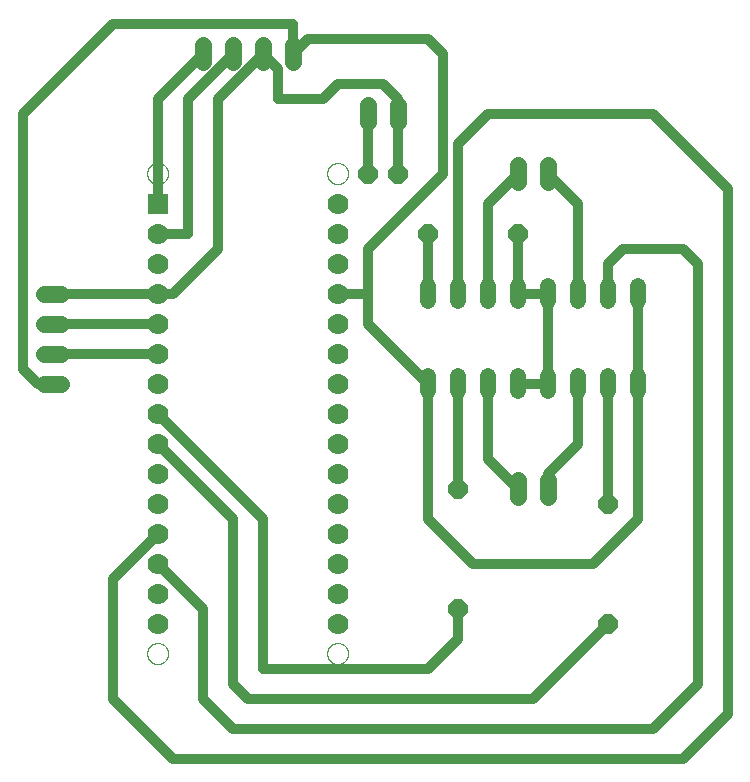
<source format=gbl>
G75*
%MOIN*%
%OFA0B0*%
%FSLAX25Y25*%
%IPPOS*%
%LPD*%
%AMOC8*
5,1,8,0,0,1.08239X$1,22.5*
%
%ADD10R,0.07000X0.07000*%
%ADD11C,0.07000*%
%ADD12C,0.00000*%
%ADD13C,0.05200*%
%ADD14C,0.05600*%
%ADD15C,0.03200*%
%ADD16OC8,0.06496*%
D10*
X0049167Y0187600D03*
D11*
X0049167Y0177600D03*
X0049167Y0167600D03*
X0049167Y0157600D03*
X0049167Y0147600D03*
X0049167Y0137600D03*
X0049167Y0127600D03*
X0049167Y0117600D03*
X0049167Y0107600D03*
X0049167Y0097600D03*
X0049167Y0087600D03*
X0049167Y0077600D03*
X0049167Y0067600D03*
X0049167Y0057600D03*
X0049167Y0047600D03*
X0109167Y0047600D03*
X0109167Y0057600D03*
X0109167Y0067600D03*
X0109167Y0077600D03*
X0109167Y0087600D03*
X0109167Y0097600D03*
X0109167Y0107600D03*
X0109167Y0117600D03*
X0109167Y0127600D03*
X0109167Y0137600D03*
X0109167Y0147600D03*
X0109167Y0157600D03*
X0109167Y0167600D03*
X0109167Y0177600D03*
X0109167Y0187600D03*
D12*
X0105667Y0197600D02*
X0105669Y0197718D01*
X0105675Y0197836D01*
X0105685Y0197954D01*
X0105699Y0198071D01*
X0105717Y0198188D01*
X0105739Y0198305D01*
X0105764Y0198420D01*
X0105794Y0198534D01*
X0105828Y0198648D01*
X0105865Y0198760D01*
X0105906Y0198871D01*
X0105951Y0198980D01*
X0105999Y0199088D01*
X0106051Y0199194D01*
X0106107Y0199299D01*
X0106166Y0199401D01*
X0106228Y0199501D01*
X0106294Y0199599D01*
X0106363Y0199695D01*
X0106436Y0199789D01*
X0106511Y0199880D01*
X0106590Y0199968D01*
X0106671Y0200054D01*
X0106756Y0200137D01*
X0106843Y0200217D01*
X0106932Y0200294D01*
X0107025Y0200368D01*
X0107119Y0200438D01*
X0107216Y0200506D01*
X0107316Y0200570D01*
X0107417Y0200631D01*
X0107520Y0200688D01*
X0107626Y0200742D01*
X0107733Y0200793D01*
X0107841Y0200839D01*
X0107951Y0200882D01*
X0108063Y0200921D01*
X0108176Y0200957D01*
X0108290Y0200988D01*
X0108405Y0201016D01*
X0108520Y0201040D01*
X0108637Y0201060D01*
X0108754Y0201076D01*
X0108872Y0201088D01*
X0108990Y0201096D01*
X0109108Y0201100D01*
X0109226Y0201100D01*
X0109344Y0201096D01*
X0109462Y0201088D01*
X0109580Y0201076D01*
X0109697Y0201060D01*
X0109814Y0201040D01*
X0109929Y0201016D01*
X0110044Y0200988D01*
X0110158Y0200957D01*
X0110271Y0200921D01*
X0110383Y0200882D01*
X0110493Y0200839D01*
X0110601Y0200793D01*
X0110708Y0200742D01*
X0110814Y0200688D01*
X0110917Y0200631D01*
X0111018Y0200570D01*
X0111118Y0200506D01*
X0111215Y0200438D01*
X0111309Y0200368D01*
X0111402Y0200294D01*
X0111491Y0200217D01*
X0111578Y0200137D01*
X0111663Y0200054D01*
X0111744Y0199968D01*
X0111823Y0199880D01*
X0111898Y0199789D01*
X0111971Y0199695D01*
X0112040Y0199599D01*
X0112106Y0199501D01*
X0112168Y0199401D01*
X0112227Y0199299D01*
X0112283Y0199194D01*
X0112335Y0199088D01*
X0112383Y0198980D01*
X0112428Y0198871D01*
X0112469Y0198760D01*
X0112506Y0198648D01*
X0112540Y0198534D01*
X0112570Y0198420D01*
X0112595Y0198305D01*
X0112617Y0198188D01*
X0112635Y0198071D01*
X0112649Y0197954D01*
X0112659Y0197836D01*
X0112665Y0197718D01*
X0112667Y0197600D01*
X0112665Y0197482D01*
X0112659Y0197364D01*
X0112649Y0197246D01*
X0112635Y0197129D01*
X0112617Y0197012D01*
X0112595Y0196895D01*
X0112570Y0196780D01*
X0112540Y0196666D01*
X0112506Y0196552D01*
X0112469Y0196440D01*
X0112428Y0196329D01*
X0112383Y0196220D01*
X0112335Y0196112D01*
X0112283Y0196006D01*
X0112227Y0195901D01*
X0112168Y0195799D01*
X0112106Y0195699D01*
X0112040Y0195601D01*
X0111971Y0195505D01*
X0111898Y0195411D01*
X0111823Y0195320D01*
X0111744Y0195232D01*
X0111663Y0195146D01*
X0111578Y0195063D01*
X0111491Y0194983D01*
X0111402Y0194906D01*
X0111309Y0194832D01*
X0111215Y0194762D01*
X0111118Y0194694D01*
X0111018Y0194630D01*
X0110917Y0194569D01*
X0110814Y0194512D01*
X0110708Y0194458D01*
X0110601Y0194407D01*
X0110493Y0194361D01*
X0110383Y0194318D01*
X0110271Y0194279D01*
X0110158Y0194243D01*
X0110044Y0194212D01*
X0109929Y0194184D01*
X0109814Y0194160D01*
X0109697Y0194140D01*
X0109580Y0194124D01*
X0109462Y0194112D01*
X0109344Y0194104D01*
X0109226Y0194100D01*
X0109108Y0194100D01*
X0108990Y0194104D01*
X0108872Y0194112D01*
X0108754Y0194124D01*
X0108637Y0194140D01*
X0108520Y0194160D01*
X0108405Y0194184D01*
X0108290Y0194212D01*
X0108176Y0194243D01*
X0108063Y0194279D01*
X0107951Y0194318D01*
X0107841Y0194361D01*
X0107733Y0194407D01*
X0107626Y0194458D01*
X0107520Y0194512D01*
X0107417Y0194569D01*
X0107316Y0194630D01*
X0107216Y0194694D01*
X0107119Y0194762D01*
X0107025Y0194832D01*
X0106932Y0194906D01*
X0106843Y0194983D01*
X0106756Y0195063D01*
X0106671Y0195146D01*
X0106590Y0195232D01*
X0106511Y0195320D01*
X0106436Y0195411D01*
X0106363Y0195505D01*
X0106294Y0195601D01*
X0106228Y0195699D01*
X0106166Y0195799D01*
X0106107Y0195901D01*
X0106051Y0196006D01*
X0105999Y0196112D01*
X0105951Y0196220D01*
X0105906Y0196329D01*
X0105865Y0196440D01*
X0105828Y0196552D01*
X0105794Y0196666D01*
X0105764Y0196780D01*
X0105739Y0196895D01*
X0105717Y0197012D01*
X0105699Y0197129D01*
X0105685Y0197246D01*
X0105675Y0197364D01*
X0105669Y0197482D01*
X0105667Y0197600D01*
X0045667Y0197600D02*
X0045669Y0197718D01*
X0045675Y0197836D01*
X0045685Y0197954D01*
X0045699Y0198071D01*
X0045717Y0198188D01*
X0045739Y0198305D01*
X0045764Y0198420D01*
X0045794Y0198534D01*
X0045828Y0198648D01*
X0045865Y0198760D01*
X0045906Y0198871D01*
X0045951Y0198980D01*
X0045999Y0199088D01*
X0046051Y0199194D01*
X0046107Y0199299D01*
X0046166Y0199401D01*
X0046228Y0199501D01*
X0046294Y0199599D01*
X0046363Y0199695D01*
X0046436Y0199789D01*
X0046511Y0199880D01*
X0046590Y0199968D01*
X0046671Y0200054D01*
X0046756Y0200137D01*
X0046843Y0200217D01*
X0046932Y0200294D01*
X0047025Y0200368D01*
X0047119Y0200438D01*
X0047216Y0200506D01*
X0047316Y0200570D01*
X0047417Y0200631D01*
X0047520Y0200688D01*
X0047626Y0200742D01*
X0047733Y0200793D01*
X0047841Y0200839D01*
X0047951Y0200882D01*
X0048063Y0200921D01*
X0048176Y0200957D01*
X0048290Y0200988D01*
X0048405Y0201016D01*
X0048520Y0201040D01*
X0048637Y0201060D01*
X0048754Y0201076D01*
X0048872Y0201088D01*
X0048990Y0201096D01*
X0049108Y0201100D01*
X0049226Y0201100D01*
X0049344Y0201096D01*
X0049462Y0201088D01*
X0049580Y0201076D01*
X0049697Y0201060D01*
X0049814Y0201040D01*
X0049929Y0201016D01*
X0050044Y0200988D01*
X0050158Y0200957D01*
X0050271Y0200921D01*
X0050383Y0200882D01*
X0050493Y0200839D01*
X0050601Y0200793D01*
X0050708Y0200742D01*
X0050814Y0200688D01*
X0050917Y0200631D01*
X0051018Y0200570D01*
X0051118Y0200506D01*
X0051215Y0200438D01*
X0051309Y0200368D01*
X0051402Y0200294D01*
X0051491Y0200217D01*
X0051578Y0200137D01*
X0051663Y0200054D01*
X0051744Y0199968D01*
X0051823Y0199880D01*
X0051898Y0199789D01*
X0051971Y0199695D01*
X0052040Y0199599D01*
X0052106Y0199501D01*
X0052168Y0199401D01*
X0052227Y0199299D01*
X0052283Y0199194D01*
X0052335Y0199088D01*
X0052383Y0198980D01*
X0052428Y0198871D01*
X0052469Y0198760D01*
X0052506Y0198648D01*
X0052540Y0198534D01*
X0052570Y0198420D01*
X0052595Y0198305D01*
X0052617Y0198188D01*
X0052635Y0198071D01*
X0052649Y0197954D01*
X0052659Y0197836D01*
X0052665Y0197718D01*
X0052667Y0197600D01*
X0052665Y0197482D01*
X0052659Y0197364D01*
X0052649Y0197246D01*
X0052635Y0197129D01*
X0052617Y0197012D01*
X0052595Y0196895D01*
X0052570Y0196780D01*
X0052540Y0196666D01*
X0052506Y0196552D01*
X0052469Y0196440D01*
X0052428Y0196329D01*
X0052383Y0196220D01*
X0052335Y0196112D01*
X0052283Y0196006D01*
X0052227Y0195901D01*
X0052168Y0195799D01*
X0052106Y0195699D01*
X0052040Y0195601D01*
X0051971Y0195505D01*
X0051898Y0195411D01*
X0051823Y0195320D01*
X0051744Y0195232D01*
X0051663Y0195146D01*
X0051578Y0195063D01*
X0051491Y0194983D01*
X0051402Y0194906D01*
X0051309Y0194832D01*
X0051215Y0194762D01*
X0051118Y0194694D01*
X0051018Y0194630D01*
X0050917Y0194569D01*
X0050814Y0194512D01*
X0050708Y0194458D01*
X0050601Y0194407D01*
X0050493Y0194361D01*
X0050383Y0194318D01*
X0050271Y0194279D01*
X0050158Y0194243D01*
X0050044Y0194212D01*
X0049929Y0194184D01*
X0049814Y0194160D01*
X0049697Y0194140D01*
X0049580Y0194124D01*
X0049462Y0194112D01*
X0049344Y0194104D01*
X0049226Y0194100D01*
X0049108Y0194100D01*
X0048990Y0194104D01*
X0048872Y0194112D01*
X0048754Y0194124D01*
X0048637Y0194140D01*
X0048520Y0194160D01*
X0048405Y0194184D01*
X0048290Y0194212D01*
X0048176Y0194243D01*
X0048063Y0194279D01*
X0047951Y0194318D01*
X0047841Y0194361D01*
X0047733Y0194407D01*
X0047626Y0194458D01*
X0047520Y0194512D01*
X0047417Y0194569D01*
X0047316Y0194630D01*
X0047216Y0194694D01*
X0047119Y0194762D01*
X0047025Y0194832D01*
X0046932Y0194906D01*
X0046843Y0194983D01*
X0046756Y0195063D01*
X0046671Y0195146D01*
X0046590Y0195232D01*
X0046511Y0195320D01*
X0046436Y0195411D01*
X0046363Y0195505D01*
X0046294Y0195601D01*
X0046228Y0195699D01*
X0046166Y0195799D01*
X0046107Y0195901D01*
X0046051Y0196006D01*
X0045999Y0196112D01*
X0045951Y0196220D01*
X0045906Y0196329D01*
X0045865Y0196440D01*
X0045828Y0196552D01*
X0045794Y0196666D01*
X0045764Y0196780D01*
X0045739Y0196895D01*
X0045717Y0197012D01*
X0045699Y0197129D01*
X0045685Y0197246D01*
X0045675Y0197364D01*
X0045669Y0197482D01*
X0045667Y0197600D01*
X0045667Y0037600D02*
X0045669Y0037718D01*
X0045675Y0037836D01*
X0045685Y0037954D01*
X0045699Y0038071D01*
X0045717Y0038188D01*
X0045739Y0038305D01*
X0045764Y0038420D01*
X0045794Y0038534D01*
X0045828Y0038648D01*
X0045865Y0038760D01*
X0045906Y0038871D01*
X0045951Y0038980D01*
X0045999Y0039088D01*
X0046051Y0039194D01*
X0046107Y0039299D01*
X0046166Y0039401D01*
X0046228Y0039501D01*
X0046294Y0039599D01*
X0046363Y0039695D01*
X0046436Y0039789D01*
X0046511Y0039880D01*
X0046590Y0039968D01*
X0046671Y0040054D01*
X0046756Y0040137D01*
X0046843Y0040217D01*
X0046932Y0040294D01*
X0047025Y0040368D01*
X0047119Y0040438D01*
X0047216Y0040506D01*
X0047316Y0040570D01*
X0047417Y0040631D01*
X0047520Y0040688D01*
X0047626Y0040742D01*
X0047733Y0040793D01*
X0047841Y0040839D01*
X0047951Y0040882D01*
X0048063Y0040921D01*
X0048176Y0040957D01*
X0048290Y0040988D01*
X0048405Y0041016D01*
X0048520Y0041040D01*
X0048637Y0041060D01*
X0048754Y0041076D01*
X0048872Y0041088D01*
X0048990Y0041096D01*
X0049108Y0041100D01*
X0049226Y0041100D01*
X0049344Y0041096D01*
X0049462Y0041088D01*
X0049580Y0041076D01*
X0049697Y0041060D01*
X0049814Y0041040D01*
X0049929Y0041016D01*
X0050044Y0040988D01*
X0050158Y0040957D01*
X0050271Y0040921D01*
X0050383Y0040882D01*
X0050493Y0040839D01*
X0050601Y0040793D01*
X0050708Y0040742D01*
X0050814Y0040688D01*
X0050917Y0040631D01*
X0051018Y0040570D01*
X0051118Y0040506D01*
X0051215Y0040438D01*
X0051309Y0040368D01*
X0051402Y0040294D01*
X0051491Y0040217D01*
X0051578Y0040137D01*
X0051663Y0040054D01*
X0051744Y0039968D01*
X0051823Y0039880D01*
X0051898Y0039789D01*
X0051971Y0039695D01*
X0052040Y0039599D01*
X0052106Y0039501D01*
X0052168Y0039401D01*
X0052227Y0039299D01*
X0052283Y0039194D01*
X0052335Y0039088D01*
X0052383Y0038980D01*
X0052428Y0038871D01*
X0052469Y0038760D01*
X0052506Y0038648D01*
X0052540Y0038534D01*
X0052570Y0038420D01*
X0052595Y0038305D01*
X0052617Y0038188D01*
X0052635Y0038071D01*
X0052649Y0037954D01*
X0052659Y0037836D01*
X0052665Y0037718D01*
X0052667Y0037600D01*
X0052665Y0037482D01*
X0052659Y0037364D01*
X0052649Y0037246D01*
X0052635Y0037129D01*
X0052617Y0037012D01*
X0052595Y0036895D01*
X0052570Y0036780D01*
X0052540Y0036666D01*
X0052506Y0036552D01*
X0052469Y0036440D01*
X0052428Y0036329D01*
X0052383Y0036220D01*
X0052335Y0036112D01*
X0052283Y0036006D01*
X0052227Y0035901D01*
X0052168Y0035799D01*
X0052106Y0035699D01*
X0052040Y0035601D01*
X0051971Y0035505D01*
X0051898Y0035411D01*
X0051823Y0035320D01*
X0051744Y0035232D01*
X0051663Y0035146D01*
X0051578Y0035063D01*
X0051491Y0034983D01*
X0051402Y0034906D01*
X0051309Y0034832D01*
X0051215Y0034762D01*
X0051118Y0034694D01*
X0051018Y0034630D01*
X0050917Y0034569D01*
X0050814Y0034512D01*
X0050708Y0034458D01*
X0050601Y0034407D01*
X0050493Y0034361D01*
X0050383Y0034318D01*
X0050271Y0034279D01*
X0050158Y0034243D01*
X0050044Y0034212D01*
X0049929Y0034184D01*
X0049814Y0034160D01*
X0049697Y0034140D01*
X0049580Y0034124D01*
X0049462Y0034112D01*
X0049344Y0034104D01*
X0049226Y0034100D01*
X0049108Y0034100D01*
X0048990Y0034104D01*
X0048872Y0034112D01*
X0048754Y0034124D01*
X0048637Y0034140D01*
X0048520Y0034160D01*
X0048405Y0034184D01*
X0048290Y0034212D01*
X0048176Y0034243D01*
X0048063Y0034279D01*
X0047951Y0034318D01*
X0047841Y0034361D01*
X0047733Y0034407D01*
X0047626Y0034458D01*
X0047520Y0034512D01*
X0047417Y0034569D01*
X0047316Y0034630D01*
X0047216Y0034694D01*
X0047119Y0034762D01*
X0047025Y0034832D01*
X0046932Y0034906D01*
X0046843Y0034983D01*
X0046756Y0035063D01*
X0046671Y0035146D01*
X0046590Y0035232D01*
X0046511Y0035320D01*
X0046436Y0035411D01*
X0046363Y0035505D01*
X0046294Y0035601D01*
X0046228Y0035699D01*
X0046166Y0035799D01*
X0046107Y0035901D01*
X0046051Y0036006D01*
X0045999Y0036112D01*
X0045951Y0036220D01*
X0045906Y0036329D01*
X0045865Y0036440D01*
X0045828Y0036552D01*
X0045794Y0036666D01*
X0045764Y0036780D01*
X0045739Y0036895D01*
X0045717Y0037012D01*
X0045699Y0037129D01*
X0045685Y0037246D01*
X0045675Y0037364D01*
X0045669Y0037482D01*
X0045667Y0037600D01*
X0105667Y0037600D02*
X0105669Y0037718D01*
X0105675Y0037836D01*
X0105685Y0037954D01*
X0105699Y0038071D01*
X0105717Y0038188D01*
X0105739Y0038305D01*
X0105764Y0038420D01*
X0105794Y0038534D01*
X0105828Y0038648D01*
X0105865Y0038760D01*
X0105906Y0038871D01*
X0105951Y0038980D01*
X0105999Y0039088D01*
X0106051Y0039194D01*
X0106107Y0039299D01*
X0106166Y0039401D01*
X0106228Y0039501D01*
X0106294Y0039599D01*
X0106363Y0039695D01*
X0106436Y0039789D01*
X0106511Y0039880D01*
X0106590Y0039968D01*
X0106671Y0040054D01*
X0106756Y0040137D01*
X0106843Y0040217D01*
X0106932Y0040294D01*
X0107025Y0040368D01*
X0107119Y0040438D01*
X0107216Y0040506D01*
X0107316Y0040570D01*
X0107417Y0040631D01*
X0107520Y0040688D01*
X0107626Y0040742D01*
X0107733Y0040793D01*
X0107841Y0040839D01*
X0107951Y0040882D01*
X0108063Y0040921D01*
X0108176Y0040957D01*
X0108290Y0040988D01*
X0108405Y0041016D01*
X0108520Y0041040D01*
X0108637Y0041060D01*
X0108754Y0041076D01*
X0108872Y0041088D01*
X0108990Y0041096D01*
X0109108Y0041100D01*
X0109226Y0041100D01*
X0109344Y0041096D01*
X0109462Y0041088D01*
X0109580Y0041076D01*
X0109697Y0041060D01*
X0109814Y0041040D01*
X0109929Y0041016D01*
X0110044Y0040988D01*
X0110158Y0040957D01*
X0110271Y0040921D01*
X0110383Y0040882D01*
X0110493Y0040839D01*
X0110601Y0040793D01*
X0110708Y0040742D01*
X0110814Y0040688D01*
X0110917Y0040631D01*
X0111018Y0040570D01*
X0111118Y0040506D01*
X0111215Y0040438D01*
X0111309Y0040368D01*
X0111402Y0040294D01*
X0111491Y0040217D01*
X0111578Y0040137D01*
X0111663Y0040054D01*
X0111744Y0039968D01*
X0111823Y0039880D01*
X0111898Y0039789D01*
X0111971Y0039695D01*
X0112040Y0039599D01*
X0112106Y0039501D01*
X0112168Y0039401D01*
X0112227Y0039299D01*
X0112283Y0039194D01*
X0112335Y0039088D01*
X0112383Y0038980D01*
X0112428Y0038871D01*
X0112469Y0038760D01*
X0112506Y0038648D01*
X0112540Y0038534D01*
X0112570Y0038420D01*
X0112595Y0038305D01*
X0112617Y0038188D01*
X0112635Y0038071D01*
X0112649Y0037954D01*
X0112659Y0037836D01*
X0112665Y0037718D01*
X0112667Y0037600D01*
X0112665Y0037482D01*
X0112659Y0037364D01*
X0112649Y0037246D01*
X0112635Y0037129D01*
X0112617Y0037012D01*
X0112595Y0036895D01*
X0112570Y0036780D01*
X0112540Y0036666D01*
X0112506Y0036552D01*
X0112469Y0036440D01*
X0112428Y0036329D01*
X0112383Y0036220D01*
X0112335Y0036112D01*
X0112283Y0036006D01*
X0112227Y0035901D01*
X0112168Y0035799D01*
X0112106Y0035699D01*
X0112040Y0035601D01*
X0111971Y0035505D01*
X0111898Y0035411D01*
X0111823Y0035320D01*
X0111744Y0035232D01*
X0111663Y0035146D01*
X0111578Y0035063D01*
X0111491Y0034983D01*
X0111402Y0034906D01*
X0111309Y0034832D01*
X0111215Y0034762D01*
X0111118Y0034694D01*
X0111018Y0034630D01*
X0110917Y0034569D01*
X0110814Y0034512D01*
X0110708Y0034458D01*
X0110601Y0034407D01*
X0110493Y0034361D01*
X0110383Y0034318D01*
X0110271Y0034279D01*
X0110158Y0034243D01*
X0110044Y0034212D01*
X0109929Y0034184D01*
X0109814Y0034160D01*
X0109697Y0034140D01*
X0109580Y0034124D01*
X0109462Y0034112D01*
X0109344Y0034104D01*
X0109226Y0034100D01*
X0109108Y0034100D01*
X0108990Y0034104D01*
X0108872Y0034112D01*
X0108754Y0034124D01*
X0108637Y0034140D01*
X0108520Y0034160D01*
X0108405Y0034184D01*
X0108290Y0034212D01*
X0108176Y0034243D01*
X0108063Y0034279D01*
X0107951Y0034318D01*
X0107841Y0034361D01*
X0107733Y0034407D01*
X0107626Y0034458D01*
X0107520Y0034512D01*
X0107417Y0034569D01*
X0107316Y0034630D01*
X0107216Y0034694D01*
X0107119Y0034762D01*
X0107025Y0034832D01*
X0106932Y0034906D01*
X0106843Y0034983D01*
X0106756Y0035063D01*
X0106671Y0035146D01*
X0106590Y0035232D01*
X0106511Y0035320D01*
X0106436Y0035411D01*
X0106363Y0035505D01*
X0106294Y0035601D01*
X0106228Y0035699D01*
X0106166Y0035799D01*
X0106107Y0035901D01*
X0106051Y0036006D01*
X0105999Y0036112D01*
X0105951Y0036220D01*
X0105906Y0036329D01*
X0105865Y0036440D01*
X0105828Y0036552D01*
X0105794Y0036666D01*
X0105764Y0036780D01*
X0105739Y0036895D01*
X0105717Y0037012D01*
X0105699Y0037129D01*
X0105685Y0037246D01*
X0105675Y0037364D01*
X0105669Y0037482D01*
X0105667Y0037600D01*
D13*
X0139167Y0125000D02*
X0139167Y0130200D01*
X0149167Y0130200D02*
X0149167Y0125000D01*
X0159167Y0125000D02*
X0159167Y0130200D01*
X0169167Y0130200D02*
X0169167Y0125000D01*
X0179167Y0125000D02*
X0179167Y0130200D01*
X0189167Y0130200D02*
X0189167Y0125000D01*
X0199167Y0125000D02*
X0199167Y0130200D01*
X0209167Y0130200D02*
X0209167Y0125000D01*
X0209167Y0155000D02*
X0209167Y0160200D01*
X0199167Y0160200D02*
X0199167Y0155000D01*
X0189167Y0155000D02*
X0189167Y0160200D01*
X0179167Y0160200D02*
X0179167Y0155000D01*
X0169167Y0155000D02*
X0169167Y0160200D01*
X0159167Y0160200D02*
X0159167Y0155000D01*
X0149167Y0155000D02*
X0149167Y0160200D01*
X0139167Y0160200D02*
X0139167Y0155000D01*
D14*
X0169167Y0194800D02*
X0169167Y0200400D01*
X0179167Y0200400D02*
X0179167Y0194800D01*
X0129167Y0214800D02*
X0129167Y0220400D01*
X0119167Y0220400D02*
X0119167Y0214800D01*
X0094167Y0234800D02*
X0094167Y0240400D01*
X0084167Y0240400D02*
X0084167Y0234800D01*
X0074167Y0234800D02*
X0074167Y0240400D01*
X0064167Y0240400D02*
X0064167Y0234800D01*
X0016967Y0157600D02*
X0011367Y0157600D01*
X0011367Y0147600D02*
X0016967Y0147600D01*
X0016967Y0137600D02*
X0011367Y0137600D01*
X0011367Y0127600D02*
X0016967Y0127600D01*
X0169167Y0095400D02*
X0169167Y0089800D01*
X0179167Y0089800D02*
X0179167Y0095400D01*
D15*
X0054167Y0002600D02*
X0034167Y0022600D01*
X0034167Y0062600D01*
X0049167Y0077600D01*
X0049167Y0067600D02*
X0064167Y0052600D01*
X0064167Y0022600D01*
X0074167Y0012600D01*
X0214167Y0012600D01*
X0229167Y0027600D01*
X0229167Y0167600D01*
X0224167Y0172600D01*
X0204167Y0172600D01*
X0199167Y0167600D01*
X0199167Y0157600D01*
X0209167Y0157600D02*
X0209167Y0127600D01*
X0209167Y0082600D01*
X0194167Y0067600D01*
X0154167Y0067600D01*
X0139167Y0082600D01*
X0139167Y0127600D01*
X0119167Y0147600D01*
X0119167Y0157600D01*
X0109167Y0157600D01*
X0119167Y0157600D02*
X0119167Y0172600D01*
X0144167Y0197600D01*
X0144167Y0237600D01*
X0139167Y0242600D01*
X0099167Y0242600D01*
X0094167Y0237600D01*
X0094167Y0247600D01*
X0034167Y0247600D01*
X0004167Y0217600D01*
X0004167Y0132600D01*
X0009167Y0127600D01*
X0014167Y0127600D01*
X0014167Y0137600D02*
X0049167Y0137600D01*
X0049167Y0147600D02*
X0014167Y0147600D01*
X0014167Y0157600D02*
X0049167Y0157600D01*
X0054167Y0157600D01*
X0069167Y0172600D01*
X0069167Y0222600D01*
X0084167Y0237600D01*
X0089167Y0232600D01*
X0089167Y0222600D01*
X0104167Y0222600D01*
X0109167Y0227600D01*
X0124167Y0227600D01*
X0129167Y0222600D01*
X0129167Y0217600D01*
X0129167Y0197600D01*
X0119167Y0197600D02*
X0119167Y0217600D01*
X0149167Y0207600D02*
X0149167Y0157600D01*
X0159167Y0157600D02*
X0159167Y0187600D01*
X0169167Y0197600D01*
X0179167Y0197600D02*
X0189167Y0187600D01*
X0189167Y0157600D01*
X0179167Y0157600D02*
X0179167Y0127600D01*
X0169167Y0127600D01*
X0159167Y0127600D02*
X0159167Y0102600D01*
X0169167Y0092600D01*
X0179167Y0092600D02*
X0179167Y0097600D01*
X0189167Y0107600D01*
X0189167Y0127600D01*
X0199167Y0127600D02*
X0199167Y0087600D01*
X0199167Y0047600D02*
X0174167Y0022600D01*
X0079167Y0022600D01*
X0074167Y0027600D01*
X0074167Y0082600D01*
X0049167Y0107600D01*
X0049167Y0117600D02*
X0084167Y0082600D01*
X0084167Y0032600D01*
X0139167Y0032600D01*
X0149167Y0042600D01*
X0149167Y0052600D01*
X0149167Y0092600D02*
X0149167Y0127600D01*
X0139167Y0157600D02*
X0139167Y0177600D01*
X0169167Y0177600D02*
X0169167Y0157600D01*
X0179167Y0157600D01*
X0149167Y0207600D02*
X0159167Y0217600D01*
X0214167Y0217600D01*
X0239167Y0192600D01*
X0239167Y0017600D01*
X0224167Y0002600D01*
X0054167Y0002600D01*
X0059167Y0177600D02*
X0049167Y0177600D01*
X0059167Y0177600D02*
X0059167Y0222600D01*
X0074167Y0237600D01*
X0064167Y0237600D02*
X0049167Y0222600D01*
X0049167Y0187600D01*
D16*
X0119167Y0197600D03*
X0129167Y0197600D03*
X0139167Y0177600D03*
X0169167Y0177600D03*
X0149167Y0092600D03*
X0149167Y0052600D03*
X0199167Y0047600D03*
X0199167Y0087600D03*
M02*

</source>
